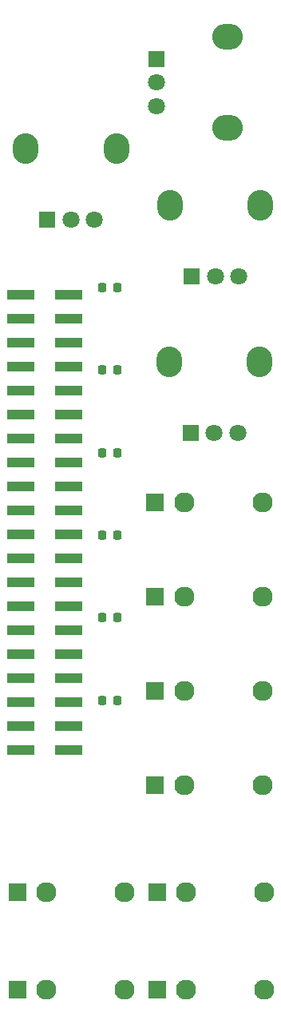
<source format=gbr>
%TF.GenerationSoftware,KiCad,Pcbnew,(7.0.0)*%
%TF.CreationDate,2023-03-30T09:00:50-07:00*%
%TF.ProjectId,wyw_r_frontpanel,7779775f-725f-4667-926f-6e7470616e65,rev?*%
%TF.SameCoordinates,Original*%
%TF.FileFunction,Soldermask,Bot*%
%TF.FilePolarity,Negative*%
%FSLAX46Y46*%
G04 Gerber Fmt 4.6, Leading zero omitted, Abs format (unit mm)*
G04 Created by KiCad (PCBNEW (7.0.0)) date 2023-03-30 09:00:50*
%MOMM*%
%LPD*%
G01*
G04 APERTURE LIST*
G04 Aperture macros list*
%AMRoundRect*
0 Rectangle with rounded corners*
0 $1 Rounding radius*
0 $2 $3 $4 $5 $6 $7 $8 $9 X,Y pos of 4 corners*
0 Add a 4 corners polygon primitive as box body*
4,1,4,$2,$3,$4,$5,$6,$7,$8,$9,$2,$3,0*
0 Add four circle primitives for the rounded corners*
1,1,$1+$1,$2,$3*
1,1,$1+$1,$4,$5*
1,1,$1+$1,$6,$7*
1,1,$1+$1,$8,$9*
0 Add four rect primitives between the rounded corners*
20,1,$1+$1,$2,$3,$4,$5,0*
20,1,$1+$1,$4,$5,$6,$7,0*
20,1,$1+$1,$6,$7,$8,$9,0*
20,1,$1+$1,$8,$9,$2,$3,0*%
G04 Aperture macros list end*
%ADD10R,3.000000X1.000000*%
%ADD11C,2.130000*%
%ADD12R,1.830000X1.930000*%
%ADD13O,2.720000X3.240000*%
%ADD14R,1.800000X1.800000*%
%ADD15C,1.800000*%
%ADD16O,3.240000X2.720000*%
%ADD17RoundRect,0.218750X0.218750X0.256250X-0.218750X0.256250X-0.218750X-0.256250X0.218750X-0.256250X0*%
G04 APERTURE END LIST*
D10*
%TO.C,J1*%
X27519999Y-106939999D03*
X22479999Y-106939999D03*
X27519999Y-104399999D03*
X22479999Y-104399999D03*
X27519999Y-101859999D03*
X22479999Y-101859999D03*
X27519999Y-99319999D03*
X22479999Y-99319999D03*
X27519999Y-96779999D03*
X22479999Y-96779999D03*
X27519999Y-94239999D03*
X22479999Y-94239999D03*
X27519999Y-91699999D03*
X22479999Y-91699999D03*
X27519999Y-89159999D03*
X22479999Y-89159999D03*
X27519999Y-86619999D03*
X22479999Y-86619999D03*
X27519999Y-84079999D03*
X22479999Y-84079999D03*
X27519999Y-81539999D03*
X22479999Y-81539999D03*
X27519999Y-78999999D03*
X22479999Y-78999999D03*
X27519999Y-76459999D03*
X22479999Y-76459999D03*
X27519999Y-73919999D03*
X22479999Y-73919999D03*
X27519999Y-71379999D03*
X22479999Y-71379999D03*
X27519999Y-68839999D03*
X22479999Y-68839999D03*
X27519999Y-66299999D03*
X22479999Y-66299999D03*
X27519999Y-63759999D03*
X22479999Y-63759999D03*
X27519999Y-61219999D03*
X22479999Y-61219999D03*
X27519999Y-58679999D03*
X22479999Y-58679999D03*
%TD*%
D11*
%TO.C,J5*%
X39800000Y-110700000D03*
X48100000Y-110700000D03*
D12*
X36699999Y-110699999D03*
%TD*%
D13*
%TO.C,RV3*%
X38299999Y-49249999D03*
X47899999Y-49249999D03*
D14*
X40599999Y-56749999D03*
D15*
X43100000Y-56750000D03*
X45600000Y-56750000D03*
%TD*%
D11*
%TO.C,J9*%
X40021539Y-132358354D03*
X48321539Y-132358354D03*
D12*
X36921538Y-132358353D03*
%TD*%
D13*
%TO.C,RV1*%
X22999999Y-43224999D03*
X32599999Y-43224999D03*
D14*
X25299999Y-50724999D03*
D15*
X27800000Y-50725000D03*
X30300000Y-50725000D03*
%TD*%
D11*
%TO.C,J3*%
X39800000Y-90700000D03*
X48100000Y-90700000D03*
D12*
X36699999Y-90699999D03*
%TD*%
D11*
%TO.C,J2*%
X39800000Y-80700000D03*
X48100000Y-80700000D03*
D12*
X36699999Y-80699999D03*
%TD*%
D11*
%TO.C,J4*%
X39800000Y-100700000D03*
X48100000Y-100700000D03*
D12*
X36699999Y-100699999D03*
%TD*%
%TO.C,J6*%
X22099999Y-121999999D03*
D11*
X33500000Y-122000000D03*
X25200000Y-122000000D03*
%TD*%
%TO.C,J7*%
X40021539Y-122000000D03*
X48321539Y-122000000D03*
D12*
X36921538Y-121999999D03*
%TD*%
D15*
%TO.C,RV4*%
X45500000Y-73325000D03*
X43000000Y-73325000D03*
D14*
X40499999Y-73324999D03*
D13*
X47799999Y-65824999D03*
X38199999Y-65824999D03*
%TD*%
D12*
%TO.C,J8*%
X22099999Y-132358353D03*
D11*
X33500000Y-132358354D03*
X25200000Y-132358354D03*
%TD*%
D16*
%TO.C,RV2*%
X44374999Y-31399999D03*
X44374999Y-40999999D03*
D14*
X36874999Y-33699999D03*
D15*
X36875000Y-36200000D03*
X36875000Y-38700000D03*
%TD*%
D17*
%TO.C,D5*%
X31125000Y-92950000D03*
X32700000Y-92950000D03*
%TD*%
%TO.C,D6*%
X31125000Y-101700000D03*
X32700000Y-101700000D03*
%TD*%
%TO.C,D3*%
X31125000Y-75450000D03*
X32700000Y-75450000D03*
%TD*%
%TO.C,D4*%
X31125000Y-84200000D03*
X32700000Y-84200000D03*
%TD*%
%TO.C,D2*%
X31125000Y-66700000D03*
X32700000Y-66700000D03*
%TD*%
%TO.C,D1*%
X31125000Y-57950000D03*
X32700000Y-57950000D03*
%TD*%
M02*

</source>
